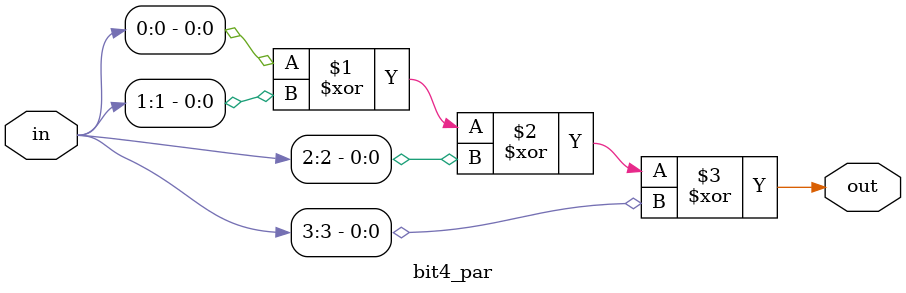
<source format=v>
module bit4_par(out,in);
output out;
input [3:0] in;

assign out = in[0]^in[1]^in[2]^in[3];
endmodule
</source>
